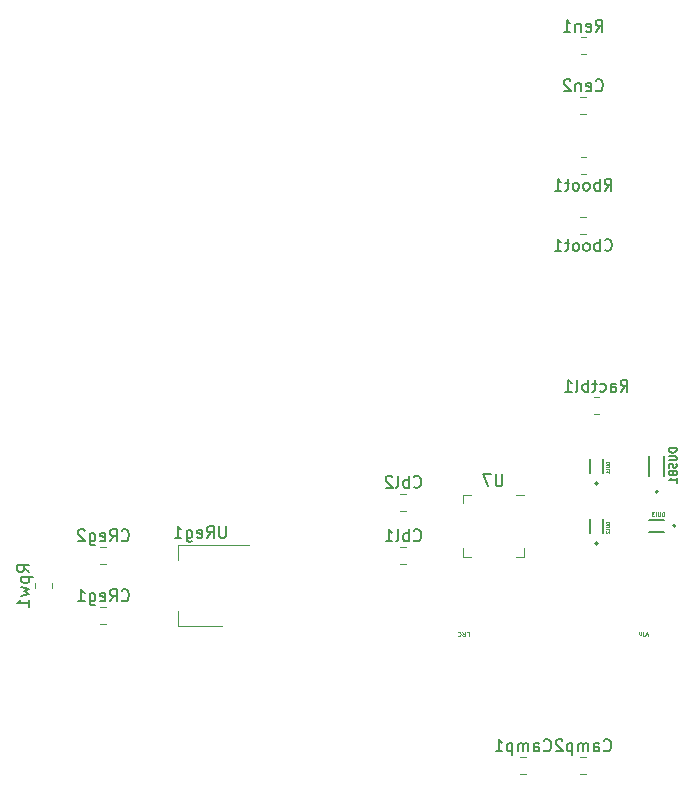
<source format=gbr>
%TF.GenerationSoftware,KiCad,Pcbnew,6.0.2+dfsg-1*%
%TF.CreationDate,2022-10-25T22:06:19-05:00*%
%TF.ProjectId,amiplanta,616d6970-6c61-46e7-9461-2e6b69636164,rev?*%
%TF.SameCoordinates,Original*%
%TF.FileFunction,Legend,Bot*%
%TF.FilePolarity,Positive*%
%FSLAX46Y46*%
G04 Gerber Fmt 4.6, Leading zero omitted, Abs format (unit mm)*
G04 Created by KiCad (PCBNEW 6.0.2+dfsg-1) date 2022-10-25 22:06:19*
%MOMM*%
%LPD*%
G01*
G04 APERTURE LIST*
%ADD10C,0.100000*%
%ADD11C,0.025000*%
%ADD12C,0.150000*%
%ADD13C,0.080000*%
%ADD14C,0.120000*%
%ADD15C,0.127000*%
%ADD16C,0.200000*%
G04 APERTURE END LIST*
D10*
%TO.C,U2*%
X79016190Y-92783047D02*
X79206666Y-92783047D01*
X79206666Y-93183047D01*
X78654285Y-92783047D02*
X78787619Y-92973523D01*
X78882857Y-92783047D02*
X78882857Y-93183047D01*
X78730476Y-93183047D01*
X78692380Y-93164000D01*
X78673333Y-93144952D01*
X78654285Y-93106857D01*
X78654285Y-93049714D01*
X78673333Y-93011619D01*
X78692380Y-92992571D01*
X78730476Y-92973523D01*
X78882857Y-92973523D01*
X78254285Y-92821142D02*
X78273333Y-92802095D01*
X78330476Y-92783047D01*
X78368571Y-92783047D01*
X78425714Y-92802095D01*
X78463809Y-92840190D01*
X78482857Y-92878285D01*
X78501904Y-92954476D01*
X78501904Y-93011619D01*
X78482857Y-93087809D01*
X78463809Y-93125904D01*
X78425714Y-93164000D01*
X78368571Y-93183047D01*
X78330476Y-93183047D01*
X78273333Y-93164000D01*
X78254285Y-93144952D01*
D11*
X94389523Y-93183047D02*
X94256190Y-92783047D01*
X94122857Y-93183047D01*
X93989523Y-92783047D02*
X93989523Y-93049714D01*
X93989523Y-93183047D02*
X94008571Y-93164000D01*
X93989523Y-93144952D01*
X93970476Y-93164000D01*
X93989523Y-93183047D01*
X93989523Y-93144952D01*
X93799047Y-93049714D02*
X93799047Y-92783047D01*
X93799047Y-93011619D02*
X93780000Y-93030666D01*
X93741904Y-93049714D01*
X93684761Y-93049714D01*
X93646666Y-93030666D01*
X93627619Y-92992571D01*
X93627619Y-92783047D01*
D12*
%TO.C,UReg1*%
X58632857Y-83852380D02*
X58632857Y-84661904D01*
X58585238Y-84757142D01*
X58537619Y-84804761D01*
X58442380Y-84852380D01*
X58251904Y-84852380D01*
X58156666Y-84804761D01*
X58109047Y-84757142D01*
X58061428Y-84661904D01*
X58061428Y-83852380D01*
X57013809Y-84852380D02*
X57347142Y-84376190D01*
X57585238Y-84852380D02*
X57585238Y-83852380D01*
X57204285Y-83852380D01*
X57109047Y-83900000D01*
X57061428Y-83947619D01*
X57013809Y-84042857D01*
X57013809Y-84185714D01*
X57061428Y-84280952D01*
X57109047Y-84328571D01*
X57204285Y-84376190D01*
X57585238Y-84376190D01*
X56204285Y-84804761D02*
X56299523Y-84852380D01*
X56490000Y-84852380D01*
X56585238Y-84804761D01*
X56632857Y-84709523D01*
X56632857Y-84328571D01*
X56585238Y-84233333D01*
X56490000Y-84185714D01*
X56299523Y-84185714D01*
X56204285Y-84233333D01*
X56156666Y-84328571D01*
X56156666Y-84423809D01*
X56632857Y-84519047D01*
X55299523Y-84185714D02*
X55299523Y-84995238D01*
X55347142Y-85090476D01*
X55394761Y-85138095D01*
X55490000Y-85185714D01*
X55632857Y-85185714D01*
X55728095Y-85138095D01*
X55299523Y-84804761D02*
X55394761Y-84852380D01*
X55585238Y-84852380D01*
X55680476Y-84804761D01*
X55728095Y-84757142D01*
X55775714Y-84661904D01*
X55775714Y-84376190D01*
X55728095Y-84280952D01*
X55680476Y-84233333D01*
X55585238Y-84185714D01*
X55394761Y-84185714D01*
X55299523Y-84233333D01*
X54299523Y-84852380D02*
X54870952Y-84852380D01*
X54585238Y-84852380D02*
X54585238Y-83852380D01*
X54680476Y-83995238D01*
X54775714Y-84090476D01*
X54870952Y-84138095D01*
%TO.C,DUSB1*%
X96788223Y-77275619D02*
X96148223Y-77275619D01*
X96148223Y-77428000D01*
X96178700Y-77519428D01*
X96239652Y-77580380D01*
X96300604Y-77610857D01*
X96422509Y-77641333D01*
X96513938Y-77641333D01*
X96635842Y-77610857D01*
X96696795Y-77580380D01*
X96757747Y-77519428D01*
X96788223Y-77428000D01*
X96788223Y-77275619D01*
X96148223Y-77915619D02*
X96666319Y-77915619D01*
X96727271Y-77946095D01*
X96757747Y-77976571D01*
X96788223Y-78037523D01*
X96788223Y-78159428D01*
X96757747Y-78220380D01*
X96727271Y-78250857D01*
X96666319Y-78281333D01*
X96148223Y-78281333D01*
X96757747Y-78555619D02*
X96788223Y-78647047D01*
X96788223Y-78799428D01*
X96757747Y-78860380D01*
X96727271Y-78890857D01*
X96666319Y-78921333D01*
X96605366Y-78921333D01*
X96544414Y-78890857D01*
X96513938Y-78860380D01*
X96483461Y-78799428D01*
X96452985Y-78677523D01*
X96422509Y-78616571D01*
X96392033Y-78586095D01*
X96331080Y-78555619D01*
X96270128Y-78555619D01*
X96209176Y-78586095D01*
X96178700Y-78616571D01*
X96148223Y-78677523D01*
X96148223Y-78829904D01*
X96178700Y-78921333D01*
X96452985Y-79408952D02*
X96483461Y-79500380D01*
X96513938Y-79530857D01*
X96574890Y-79561333D01*
X96666319Y-79561333D01*
X96727271Y-79530857D01*
X96757747Y-79500380D01*
X96788223Y-79439428D01*
X96788223Y-79195619D01*
X96148223Y-79195619D01*
X96148223Y-79408952D01*
X96178700Y-79469904D01*
X96209176Y-79500380D01*
X96270128Y-79530857D01*
X96331080Y-79530857D01*
X96392033Y-79500380D01*
X96422509Y-79469904D01*
X96452985Y-79408952D01*
X96452985Y-79195619D01*
X96788223Y-80170857D02*
X96788223Y-79805142D01*
X96788223Y-79988000D02*
X96148223Y-79988000D01*
X96239652Y-79927047D01*
X96300604Y-79866095D01*
X96331080Y-79805142D01*
%TO.C,Cbl2*%
X74540952Y-80507142D02*
X74588571Y-80554761D01*
X74731428Y-80602380D01*
X74826666Y-80602380D01*
X74969523Y-80554761D01*
X75064761Y-80459523D01*
X75112380Y-80364285D01*
X75160000Y-80173809D01*
X75160000Y-80030952D01*
X75112380Y-79840476D01*
X75064761Y-79745238D01*
X74969523Y-79650000D01*
X74826666Y-79602380D01*
X74731428Y-79602380D01*
X74588571Y-79650000D01*
X74540952Y-79697619D01*
X74112380Y-80602380D02*
X74112380Y-79602380D01*
X74112380Y-79983333D02*
X74017142Y-79935714D01*
X73826666Y-79935714D01*
X73731428Y-79983333D01*
X73683809Y-80030952D01*
X73636190Y-80126190D01*
X73636190Y-80411904D01*
X73683809Y-80507142D01*
X73731428Y-80554761D01*
X73826666Y-80602380D01*
X74017142Y-80602380D01*
X74112380Y-80554761D01*
X73064761Y-80602380D02*
X73160000Y-80554761D01*
X73207619Y-80459523D01*
X73207619Y-79602380D01*
X72731428Y-79697619D02*
X72683809Y-79650000D01*
X72588571Y-79602380D01*
X72350476Y-79602380D01*
X72255238Y-79650000D01*
X72207619Y-79697619D01*
X72160000Y-79792857D01*
X72160000Y-79888095D01*
X72207619Y-80030952D01*
X72779047Y-80602380D01*
X72160000Y-80602380D01*
%TO.C,Ractbl1*%
X92059919Y-72462380D02*
X92393252Y-71986190D01*
X92631347Y-72462380D02*
X92631347Y-71462380D01*
X92250395Y-71462380D01*
X92155157Y-71510000D01*
X92107538Y-71557619D01*
X92059919Y-71652857D01*
X92059919Y-71795714D01*
X92107538Y-71890952D01*
X92155157Y-71938571D01*
X92250395Y-71986190D01*
X92631347Y-71986190D01*
X91202776Y-72462380D02*
X91202776Y-71938571D01*
X91250395Y-71843333D01*
X91345633Y-71795714D01*
X91536109Y-71795714D01*
X91631347Y-71843333D01*
X91202776Y-72414761D02*
X91298014Y-72462380D01*
X91536109Y-72462380D01*
X91631347Y-72414761D01*
X91678966Y-72319523D01*
X91678966Y-72224285D01*
X91631347Y-72129047D01*
X91536109Y-72081428D01*
X91298014Y-72081428D01*
X91202776Y-72033809D01*
X90298014Y-72414761D02*
X90393252Y-72462380D01*
X90583728Y-72462380D01*
X90678966Y-72414761D01*
X90726585Y-72367142D01*
X90774204Y-72271904D01*
X90774204Y-71986190D01*
X90726585Y-71890952D01*
X90678966Y-71843333D01*
X90583728Y-71795714D01*
X90393252Y-71795714D01*
X90298014Y-71843333D01*
X90012300Y-71795714D02*
X89631347Y-71795714D01*
X89869442Y-71462380D02*
X89869442Y-72319523D01*
X89821823Y-72414761D01*
X89726585Y-72462380D01*
X89631347Y-72462380D01*
X89298014Y-72462380D02*
X89298014Y-71462380D01*
X89298014Y-71843333D02*
X89202776Y-71795714D01*
X89012300Y-71795714D01*
X88917061Y-71843333D01*
X88869442Y-71890952D01*
X88821823Y-71986190D01*
X88821823Y-72271904D01*
X88869442Y-72367142D01*
X88917061Y-72414761D01*
X89012300Y-72462380D01*
X89202776Y-72462380D01*
X89298014Y-72414761D01*
X88250395Y-72462380D02*
X88345633Y-72414761D01*
X88393252Y-72319523D01*
X88393252Y-71462380D01*
X87345633Y-72462380D02*
X87917061Y-72462380D01*
X87631347Y-72462380D02*
X87631347Y-71462380D01*
X87726585Y-71605238D01*
X87821823Y-71700476D01*
X87917061Y-71748095D01*
%TO.C,Rpw1*%
X41982380Y-87757142D02*
X41506190Y-87423809D01*
X41982380Y-87185714D02*
X40982380Y-87185714D01*
X40982380Y-87566666D01*
X41030000Y-87661904D01*
X41077619Y-87709523D01*
X41172857Y-87757142D01*
X41315714Y-87757142D01*
X41410952Y-87709523D01*
X41458571Y-87661904D01*
X41506190Y-87566666D01*
X41506190Y-87185714D01*
X41315714Y-88185714D02*
X42315714Y-88185714D01*
X41363333Y-88185714D02*
X41315714Y-88280952D01*
X41315714Y-88471428D01*
X41363333Y-88566666D01*
X41410952Y-88614285D01*
X41506190Y-88661904D01*
X41791904Y-88661904D01*
X41887142Y-88614285D01*
X41934761Y-88566666D01*
X41982380Y-88471428D01*
X41982380Y-88280952D01*
X41934761Y-88185714D01*
X41315714Y-88995238D02*
X41982380Y-89185714D01*
X41506190Y-89376190D01*
X41982380Y-89566666D01*
X41315714Y-89757142D01*
X41982380Y-90661904D02*
X41982380Y-90090476D01*
X41982380Y-90376190D02*
X40982380Y-90376190D01*
X41125238Y-90280952D01*
X41220476Y-90185714D01*
X41268095Y-90090476D01*
D13*
%TO.C,DUl2*%
X91110261Y-83466380D02*
X90790261Y-83466380D01*
X90790261Y-83542571D01*
X90805500Y-83588285D01*
X90835976Y-83618761D01*
X90866452Y-83634000D01*
X90927404Y-83649238D01*
X90973119Y-83649238D01*
X91034071Y-83634000D01*
X91064547Y-83618761D01*
X91095023Y-83588285D01*
X91110261Y-83542571D01*
X91110261Y-83466380D01*
X90790261Y-83786380D02*
X91049309Y-83786380D01*
X91079785Y-83801619D01*
X91095023Y-83816857D01*
X91110261Y-83847333D01*
X91110261Y-83908285D01*
X91095023Y-83938761D01*
X91079785Y-83954000D01*
X91049309Y-83969238D01*
X90790261Y-83969238D01*
X91110261Y-84167333D02*
X91095023Y-84136857D01*
X91064547Y-84121619D01*
X90790261Y-84121619D01*
X90820738Y-84274000D02*
X90805500Y-84289238D01*
X90790261Y-84319714D01*
X90790261Y-84395904D01*
X90805500Y-84426380D01*
X90820738Y-84441619D01*
X90851214Y-84456857D01*
X90881690Y-84456857D01*
X90927404Y-84441619D01*
X91110261Y-84258761D01*
X91110261Y-84456857D01*
%TO.C,DUl3*%
X95713919Y-83011561D02*
X95713919Y-82691561D01*
X95637728Y-82691561D01*
X95592014Y-82706800D01*
X95561538Y-82737276D01*
X95546300Y-82767752D01*
X95531061Y-82828704D01*
X95531061Y-82874419D01*
X95546300Y-82935371D01*
X95561538Y-82965847D01*
X95592014Y-82996323D01*
X95637728Y-83011561D01*
X95713919Y-83011561D01*
X95393919Y-82691561D02*
X95393919Y-82950609D01*
X95378680Y-82981085D01*
X95363442Y-82996323D01*
X95332966Y-83011561D01*
X95272014Y-83011561D01*
X95241538Y-82996323D01*
X95226300Y-82981085D01*
X95211061Y-82950609D01*
X95211061Y-82691561D01*
X95012966Y-83011561D02*
X95043442Y-82996323D01*
X95058680Y-82965847D01*
X95058680Y-82691561D01*
X94921538Y-82691561D02*
X94723442Y-82691561D01*
X94830109Y-82813466D01*
X94784395Y-82813466D01*
X94753919Y-82828704D01*
X94738680Y-82843942D01*
X94723442Y-82874419D01*
X94723442Y-82950609D01*
X94738680Y-82981085D01*
X94753919Y-82996323D01*
X94784395Y-83011561D01*
X94875823Y-83011561D01*
X94906300Y-82996323D01*
X94921538Y-82981085D01*
%TO.C,DUl1*%
X91110261Y-78386380D02*
X90790261Y-78386380D01*
X90790261Y-78462571D01*
X90805500Y-78508285D01*
X90835976Y-78538761D01*
X90866452Y-78554000D01*
X90927404Y-78569238D01*
X90973119Y-78569238D01*
X91034071Y-78554000D01*
X91064547Y-78538761D01*
X91095023Y-78508285D01*
X91110261Y-78462571D01*
X91110261Y-78386380D01*
X90790261Y-78706380D02*
X91049309Y-78706380D01*
X91079785Y-78721619D01*
X91095023Y-78736857D01*
X91110261Y-78767333D01*
X91110261Y-78828285D01*
X91095023Y-78858761D01*
X91079785Y-78874000D01*
X91049309Y-78889238D01*
X90790261Y-78889238D01*
X91110261Y-79087333D02*
X91095023Y-79056857D01*
X91064547Y-79041619D01*
X90790261Y-79041619D01*
X91110261Y-79376857D02*
X91110261Y-79194000D01*
X91110261Y-79285428D02*
X90790261Y-79285428D01*
X90835976Y-79254952D01*
X90866452Y-79224476D01*
X90881690Y-79194000D01*
D12*
%TO.C,U7*%
X82041904Y-79472380D02*
X82041904Y-80281904D01*
X81994285Y-80377142D01*
X81946666Y-80424761D01*
X81851428Y-80472380D01*
X81660952Y-80472380D01*
X81565714Y-80424761D01*
X81518095Y-80377142D01*
X81470476Y-80281904D01*
X81470476Y-79472380D01*
X81089523Y-79472380D02*
X80422857Y-79472380D01*
X80851428Y-80472380D01*
%TO.C,CReg2*%
X49807619Y-85037142D02*
X49855238Y-85084761D01*
X49998095Y-85132380D01*
X50093333Y-85132380D01*
X50236190Y-85084761D01*
X50331428Y-84989523D01*
X50379047Y-84894285D01*
X50426666Y-84703809D01*
X50426666Y-84560952D01*
X50379047Y-84370476D01*
X50331428Y-84275238D01*
X50236190Y-84180000D01*
X50093333Y-84132380D01*
X49998095Y-84132380D01*
X49855238Y-84180000D01*
X49807619Y-84227619D01*
X48807619Y-85132380D02*
X49140952Y-84656190D01*
X49379047Y-85132380D02*
X49379047Y-84132380D01*
X48998095Y-84132380D01*
X48902857Y-84180000D01*
X48855238Y-84227619D01*
X48807619Y-84322857D01*
X48807619Y-84465714D01*
X48855238Y-84560952D01*
X48902857Y-84608571D01*
X48998095Y-84656190D01*
X49379047Y-84656190D01*
X47998095Y-85084761D02*
X48093333Y-85132380D01*
X48283809Y-85132380D01*
X48379047Y-85084761D01*
X48426666Y-84989523D01*
X48426666Y-84608571D01*
X48379047Y-84513333D01*
X48283809Y-84465714D01*
X48093333Y-84465714D01*
X47998095Y-84513333D01*
X47950476Y-84608571D01*
X47950476Y-84703809D01*
X48426666Y-84799047D01*
X47093333Y-84465714D02*
X47093333Y-85275238D01*
X47140952Y-85370476D01*
X47188571Y-85418095D01*
X47283809Y-85465714D01*
X47426666Y-85465714D01*
X47521904Y-85418095D01*
X47093333Y-85084761D02*
X47188571Y-85132380D01*
X47379047Y-85132380D01*
X47474285Y-85084761D01*
X47521904Y-85037142D01*
X47569523Y-84941904D01*
X47569523Y-84656190D01*
X47521904Y-84560952D01*
X47474285Y-84513333D01*
X47379047Y-84465714D01*
X47188571Y-84465714D01*
X47093333Y-84513333D01*
X46664761Y-84227619D02*
X46617142Y-84180000D01*
X46521904Y-84132380D01*
X46283809Y-84132380D01*
X46188571Y-84180000D01*
X46140952Y-84227619D01*
X46093333Y-84322857D01*
X46093333Y-84418095D01*
X46140952Y-84560952D01*
X46712380Y-85132380D01*
X46093333Y-85132380D01*
%TO.C,Cen2*%
X89947619Y-46937142D02*
X89995238Y-46984761D01*
X90138095Y-47032380D01*
X90233333Y-47032380D01*
X90376190Y-46984761D01*
X90471428Y-46889523D01*
X90519047Y-46794285D01*
X90566666Y-46603809D01*
X90566666Y-46460952D01*
X90519047Y-46270476D01*
X90471428Y-46175238D01*
X90376190Y-46080000D01*
X90233333Y-46032380D01*
X90138095Y-46032380D01*
X89995238Y-46080000D01*
X89947619Y-46127619D01*
X89138095Y-46984761D02*
X89233333Y-47032380D01*
X89423809Y-47032380D01*
X89519047Y-46984761D01*
X89566666Y-46889523D01*
X89566666Y-46508571D01*
X89519047Y-46413333D01*
X89423809Y-46365714D01*
X89233333Y-46365714D01*
X89138095Y-46413333D01*
X89090476Y-46508571D01*
X89090476Y-46603809D01*
X89566666Y-46699047D01*
X88661904Y-46365714D02*
X88661904Y-47032380D01*
X88661904Y-46460952D02*
X88614285Y-46413333D01*
X88519047Y-46365714D01*
X88376190Y-46365714D01*
X88280952Y-46413333D01*
X88233333Y-46508571D01*
X88233333Y-47032380D01*
X87804761Y-46127619D02*
X87757142Y-46080000D01*
X87661904Y-46032380D01*
X87423809Y-46032380D01*
X87328571Y-46080000D01*
X87280952Y-46127619D01*
X87233333Y-46222857D01*
X87233333Y-46318095D01*
X87280952Y-46460952D01*
X87852380Y-47032380D01*
X87233333Y-47032380D01*
%TO.C,Cboot1*%
X90709523Y-60457142D02*
X90757142Y-60504761D01*
X90900000Y-60552380D01*
X90995238Y-60552380D01*
X91138095Y-60504761D01*
X91233333Y-60409523D01*
X91280952Y-60314285D01*
X91328571Y-60123809D01*
X91328571Y-59980952D01*
X91280952Y-59790476D01*
X91233333Y-59695238D01*
X91138095Y-59600000D01*
X90995238Y-59552380D01*
X90900000Y-59552380D01*
X90757142Y-59600000D01*
X90709523Y-59647619D01*
X90280952Y-60552380D02*
X90280952Y-59552380D01*
X90280952Y-59933333D02*
X90185714Y-59885714D01*
X89995238Y-59885714D01*
X89900000Y-59933333D01*
X89852380Y-59980952D01*
X89804761Y-60076190D01*
X89804761Y-60361904D01*
X89852380Y-60457142D01*
X89900000Y-60504761D01*
X89995238Y-60552380D01*
X90185714Y-60552380D01*
X90280952Y-60504761D01*
X89233333Y-60552380D02*
X89328571Y-60504761D01*
X89376190Y-60457142D01*
X89423809Y-60361904D01*
X89423809Y-60076190D01*
X89376190Y-59980952D01*
X89328571Y-59933333D01*
X89233333Y-59885714D01*
X89090476Y-59885714D01*
X88995238Y-59933333D01*
X88947619Y-59980952D01*
X88900000Y-60076190D01*
X88900000Y-60361904D01*
X88947619Y-60457142D01*
X88995238Y-60504761D01*
X89090476Y-60552380D01*
X89233333Y-60552380D01*
X88328571Y-60552380D02*
X88423809Y-60504761D01*
X88471428Y-60457142D01*
X88519047Y-60361904D01*
X88519047Y-60076190D01*
X88471428Y-59980952D01*
X88423809Y-59933333D01*
X88328571Y-59885714D01*
X88185714Y-59885714D01*
X88090476Y-59933333D01*
X88042857Y-59980952D01*
X87995238Y-60076190D01*
X87995238Y-60361904D01*
X88042857Y-60457142D01*
X88090476Y-60504761D01*
X88185714Y-60552380D01*
X88328571Y-60552380D01*
X87709523Y-59885714D02*
X87328571Y-59885714D01*
X87566666Y-59552380D02*
X87566666Y-60409523D01*
X87519047Y-60504761D01*
X87423809Y-60552380D01*
X87328571Y-60552380D01*
X86471428Y-60552380D02*
X87042857Y-60552380D01*
X86757142Y-60552380D02*
X86757142Y-59552380D01*
X86852380Y-59695238D01*
X86947619Y-59790476D01*
X87042857Y-59838095D01*
%TO.C,Camp1*%
X85558095Y-102817142D02*
X85605714Y-102864761D01*
X85748571Y-102912380D01*
X85843809Y-102912380D01*
X85986666Y-102864761D01*
X86081904Y-102769523D01*
X86129523Y-102674285D01*
X86177142Y-102483809D01*
X86177142Y-102340952D01*
X86129523Y-102150476D01*
X86081904Y-102055238D01*
X85986666Y-101960000D01*
X85843809Y-101912380D01*
X85748571Y-101912380D01*
X85605714Y-101960000D01*
X85558095Y-102007619D01*
X84700952Y-102912380D02*
X84700952Y-102388571D01*
X84748571Y-102293333D01*
X84843809Y-102245714D01*
X85034285Y-102245714D01*
X85129523Y-102293333D01*
X84700952Y-102864761D02*
X84796190Y-102912380D01*
X85034285Y-102912380D01*
X85129523Y-102864761D01*
X85177142Y-102769523D01*
X85177142Y-102674285D01*
X85129523Y-102579047D01*
X85034285Y-102531428D01*
X84796190Y-102531428D01*
X84700952Y-102483809D01*
X84224761Y-102912380D02*
X84224761Y-102245714D01*
X84224761Y-102340952D02*
X84177142Y-102293333D01*
X84081904Y-102245714D01*
X83939047Y-102245714D01*
X83843809Y-102293333D01*
X83796190Y-102388571D01*
X83796190Y-102912380D01*
X83796190Y-102388571D02*
X83748571Y-102293333D01*
X83653333Y-102245714D01*
X83510476Y-102245714D01*
X83415238Y-102293333D01*
X83367619Y-102388571D01*
X83367619Y-102912380D01*
X82891428Y-102245714D02*
X82891428Y-103245714D01*
X82891428Y-102293333D02*
X82796190Y-102245714D01*
X82605714Y-102245714D01*
X82510476Y-102293333D01*
X82462857Y-102340952D01*
X82415238Y-102436190D01*
X82415238Y-102721904D01*
X82462857Y-102817142D01*
X82510476Y-102864761D01*
X82605714Y-102912380D01*
X82796190Y-102912380D01*
X82891428Y-102864761D01*
X81462857Y-102912380D02*
X82034285Y-102912380D01*
X81748571Y-102912380D02*
X81748571Y-101912380D01*
X81843809Y-102055238D01*
X81939047Y-102150476D01*
X82034285Y-102198095D01*
%TO.C,Ren1*%
X89947619Y-41982380D02*
X90280952Y-41506190D01*
X90519047Y-41982380D02*
X90519047Y-40982380D01*
X90138095Y-40982380D01*
X90042857Y-41030000D01*
X89995238Y-41077619D01*
X89947619Y-41172857D01*
X89947619Y-41315714D01*
X89995238Y-41410952D01*
X90042857Y-41458571D01*
X90138095Y-41506190D01*
X90519047Y-41506190D01*
X89138095Y-41934761D02*
X89233333Y-41982380D01*
X89423809Y-41982380D01*
X89519047Y-41934761D01*
X89566666Y-41839523D01*
X89566666Y-41458571D01*
X89519047Y-41363333D01*
X89423809Y-41315714D01*
X89233333Y-41315714D01*
X89138095Y-41363333D01*
X89090476Y-41458571D01*
X89090476Y-41553809D01*
X89566666Y-41649047D01*
X88661904Y-41315714D02*
X88661904Y-41982380D01*
X88661904Y-41410952D02*
X88614285Y-41363333D01*
X88519047Y-41315714D01*
X88376190Y-41315714D01*
X88280952Y-41363333D01*
X88233333Y-41458571D01*
X88233333Y-41982380D01*
X87233333Y-41982380D02*
X87804761Y-41982380D01*
X87519047Y-41982380D02*
X87519047Y-40982380D01*
X87614285Y-41125238D01*
X87709523Y-41220476D01*
X87804761Y-41268095D01*
%TO.C,Cbl1*%
X74540952Y-85037142D02*
X74588571Y-85084761D01*
X74731428Y-85132380D01*
X74826666Y-85132380D01*
X74969523Y-85084761D01*
X75064761Y-84989523D01*
X75112380Y-84894285D01*
X75160000Y-84703809D01*
X75160000Y-84560952D01*
X75112380Y-84370476D01*
X75064761Y-84275238D01*
X74969523Y-84180000D01*
X74826666Y-84132380D01*
X74731428Y-84132380D01*
X74588571Y-84180000D01*
X74540952Y-84227619D01*
X74112380Y-85132380D02*
X74112380Y-84132380D01*
X74112380Y-84513333D02*
X74017142Y-84465714D01*
X73826666Y-84465714D01*
X73731428Y-84513333D01*
X73683809Y-84560952D01*
X73636190Y-84656190D01*
X73636190Y-84941904D01*
X73683809Y-85037142D01*
X73731428Y-85084761D01*
X73826666Y-85132380D01*
X74017142Y-85132380D01*
X74112380Y-85084761D01*
X73064761Y-85132380D02*
X73160000Y-85084761D01*
X73207619Y-84989523D01*
X73207619Y-84132380D01*
X72160000Y-85132380D02*
X72731428Y-85132380D01*
X72445714Y-85132380D02*
X72445714Y-84132380D01*
X72540952Y-84275238D01*
X72636190Y-84370476D01*
X72731428Y-84418095D01*
%TO.C,Rboot1*%
X90709523Y-55442380D02*
X91042857Y-54966190D01*
X91280952Y-55442380D02*
X91280952Y-54442380D01*
X90900000Y-54442380D01*
X90804761Y-54490000D01*
X90757142Y-54537619D01*
X90709523Y-54632857D01*
X90709523Y-54775714D01*
X90757142Y-54870952D01*
X90804761Y-54918571D01*
X90900000Y-54966190D01*
X91280952Y-54966190D01*
X90280952Y-55442380D02*
X90280952Y-54442380D01*
X90280952Y-54823333D02*
X90185714Y-54775714D01*
X89995238Y-54775714D01*
X89900000Y-54823333D01*
X89852380Y-54870952D01*
X89804761Y-54966190D01*
X89804761Y-55251904D01*
X89852380Y-55347142D01*
X89900000Y-55394761D01*
X89995238Y-55442380D01*
X90185714Y-55442380D01*
X90280952Y-55394761D01*
X89233333Y-55442380D02*
X89328571Y-55394761D01*
X89376190Y-55347142D01*
X89423809Y-55251904D01*
X89423809Y-54966190D01*
X89376190Y-54870952D01*
X89328571Y-54823333D01*
X89233333Y-54775714D01*
X89090476Y-54775714D01*
X88995238Y-54823333D01*
X88947619Y-54870952D01*
X88900000Y-54966190D01*
X88900000Y-55251904D01*
X88947619Y-55347142D01*
X88995238Y-55394761D01*
X89090476Y-55442380D01*
X89233333Y-55442380D01*
X88328571Y-55442380D02*
X88423809Y-55394761D01*
X88471428Y-55347142D01*
X88519047Y-55251904D01*
X88519047Y-54966190D01*
X88471428Y-54870952D01*
X88423809Y-54823333D01*
X88328571Y-54775714D01*
X88185714Y-54775714D01*
X88090476Y-54823333D01*
X88042857Y-54870952D01*
X87995238Y-54966190D01*
X87995238Y-55251904D01*
X88042857Y-55347142D01*
X88090476Y-55394761D01*
X88185714Y-55442380D01*
X88328571Y-55442380D01*
X87709523Y-54775714D02*
X87328571Y-54775714D01*
X87566666Y-54442380D02*
X87566666Y-55299523D01*
X87519047Y-55394761D01*
X87423809Y-55442380D01*
X87328571Y-55442380D01*
X86471428Y-55442380D02*
X87042857Y-55442380D01*
X86757142Y-55442380D02*
X86757142Y-54442380D01*
X86852380Y-54585238D01*
X86947619Y-54680476D01*
X87042857Y-54728095D01*
%TO.C,CReg1*%
X49807619Y-90117142D02*
X49855238Y-90164761D01*
X49998095Y-90212380D01*
X50093333Y-90212380D01*
X50236190Y-90164761D01*
X50331428Y-90069523D01*
X50379047Y-89974285D01*
X50426666Y-89783809D01*
X50426666Y-89640952D01*
X50379047Y-89450476D01*
X50331428Y-89355238D01*
X50236190Y-89260000D01*
X50093333Y-89212380D01*
X49998095Y-89212380D01*
X49855238Y-89260000D01*
X49807619Y-89307619D01*
X48807619Y-90212380D02*
X49140952Y-89736190D01*
X49379047Y-90212380D02*
X49379047Y-89212380D01*
X48998095Y-89212380D01*
X48902857Y-89260000D01*
X48855238Y-89307619D01*
X48807619Y-89402857D01*
X48807619Y-89545714D01*
X48855238Y-89640952D01*
X48902857Y-89688571D01*
X48998095Y-89736190D01*
X49379047Y-89736190D01*
X47998095Y-90164761D02*
X48093333Y-90212380D01*
X48283809Y-90212380D01*
X48379047Y-90164761D01*
X48426666Y-90069523D01*
X48426666Y-89688571D01*
X48379047Y-89593333D01*
X48283809Y-89545714D01*
X48093333Y-89545714D01*
X47998095Y-89593333D01*
X47950476Y-89688571D01*
X47950476Y-89783809D01*
X48426666Y-89879047D01*
X47093333Y-89545714D02*
X47093333Y-90355238D01*
X47140952Y-90450476D01*
X47188571Y-90498095D01*
X47283809Y-90545714D01*
X47426666Y-90545714D01*
X47521904Y-90498095D01*
X47093333Y-90164761D02*
X47188571Y-90212380D01*
X47379047Y-90212380D01*
X47474285Y-90164761D01*
X47521904Y-90117142D01*
X47569523Y-90021904D01*
X47569523Y-89736190D01*
X47521904Y-89640952D01*
X47474285Y-89593333D01*
X47379047Y-89545714D01*
X47188571Y-89545714D01*
X47093333Y-89593333D01*
X46093333Y-90212380D02*
X46664761Y-90212380D01*
X46379047Y-90212380D02*
X46379047Y-89212380D01*
X46474285Y-89355238D01*
X46569523Y-89450476D01*
X46664761Y-89498095D01*
%TO.C,Camp2*%
X90638095Y-102817142D02*
X90685714Y-102864761D01*
X90828571Y-102912380D01*
X90923809Y-102912380D01*
X91066666Y-102864761D01*
X91161904Y-102769523D01*
X91209523Y-102674285D01*
X91257142Y-102483809D01*
X91257142Y-102340952D01*
X91209523Y-102150476D01*
X91161904Y-102055238D01*
X91066666Y-101960000D01*
X90923809Y-101912380D01*
X90828571Y-101912380D01*
X90685714Y-101960000D01*
X90638095Y-102007619D01*
X89780952Y-102912380D02*
X89780952Y-102388571D01*
X89828571Y-102293333D01*
X89923809Y-102245714D01*
X90114285Y-102245714D01*
X90209523Y-102293333D01*
X89780952Y-102864761D02*
X89876190Y-102912380D01*
X90114285Y-102912380D01*
X90209523Y-102864761D01*
X90257142Y-102769523D01*
X90257142Y-102674285D01*
X90209523Y-102579047D01*
X90114285Y-102531428D01*
X89876190Y-102531428D01*
X89780952Y-102483809D01*
X89304761Y-102912380D02*
X89304761Y-102245714D01*
X89304761Y-102340952D02*
X89257142Y-102293333D01*
X89161904Y-102245714D01*
X89019047Y-102245714D01*
X88923809Y-102293333D01*
X88876190Y-102388571D01*
X88876190Y-102912380D01*
X88876190Y-102388571D02*
X88828571Y-102293333D01*
X88733333Y-102245714D01*
X88590476Y-102245714D01*
X88495238Y-102293333D01*
X88447619Y-102388571D01*
X88447619Y-102912380D01*
X87971428Y-102245714D02*
X87971428Y-103245714D01*
X87971428Y-102293333D02*
X87876190Y-102245714D01*
X87685714Y-102245714D01*
X87590476Y-102293333D01*
X87542857Y-102340952D01*
X87495238Y-102436190D01*
X87495238Y-102721904D01*
X87542857Y-102817142D01*
X87590476Y-102864761D01*
X87685714Y-102912380D01*
X87876190Y-102912380D01*
X87971428Y-102864761D01*
X87114285Y-102007619D02*
X87066666Y-101960000D01*
X86971428Y-101912380D01*
X86733333Y-101912380D01*
X86638095Y-101960000D01*
X86590476Y-102007619D01*
X86542857Y-102102857D01*
X86542857Y-102198095D01*
X86590476Y-102340952D01*
X87161904Y-102912380D01*
X86542857Y-102912380D01*
D14*
%TO.C,UReg1*%
X60590000Y-85490000D02*
X54580000Y-85490000D01*
X54580000Y-92310000D02*
X54580000Y-91050000D01*
X58340000Y-92310000D02*
X54580000Y-92310000D01*
X54580000Y-85490000D02*
X54580000Y-86750000D01*
D15*
%TO.C,DUSB1*%
X94442300Y-79590000D02*
X94442300Y-77890000D01*
X95742300Y-77890000D02*
X95742300Y-79590000D01*
D16*
X95192300Y-80940000D02*
G75*
G03*
X95192300Y-80940000I-100000J0D01*
G01*
D14*
%TO.C,Cbl2*%
X73921252Y-81095000D02*
X73398748Y-81095000D01*
X73921252Y-82565000D02*
X73398748Y-82565000D01*
%TO.C,Ractbl1*%
X90239364Y-72925000D02*
X89785236Y-72925000D01*
X90239364Y-74395000D02*
X89785236Y-74395000D01*
%TO.C,Rpw1*%
X42445000Y-88672936D02*
X42445000Y-89127064D01*
X43915000Y-88672936D02*
X43915000Y-89127064D01*
D15*
%TO.C,DUl2*%
X90532300Y-84420000D02*
X90532300Y-83220000D01*
X89492300Y-83220000D02*
X89492300Y-84420000D01*
D16*
X90112300Y-85320000D02*
G75*
G03*
X90112300Y-85320000I-100000J0D01*
G01*
D15*
%TO.C,DUl3*%
X94492300Y-84340000D02*
X95692300Y-84340000D01*
X95692300Y-83300000D02*
X94492300Y-83300000D01*
D16*
X96692300Y-83820000D02*
G75*
G03*
X96692300Y-83820000I-100000J0D01*
G01*
D15*
%TO.C,DUl1*%
X90532300Y-79340000D02*
X90532300Y-78140000D01*
X89492300Y-78140000D02*
X89492300Y-79340000D01*
D16*
X90112300Y-80240000D02*
G75*
G03*
X90112300Y-80240000I-100000J0D01*
G01*
D14*
%TO.C,U7*%
X78670000Y-81210000D02*
X78670000Y-81935000D01*
X83890000Y-86430000D02*
X83890000Y-85705000D01*
X78670000Y-86430000D02*
X78670000Y-85705000D01*
X83165000Y-81210000D02*
X83890000Y-81210000D01*
X83165000Y-86430000D02*
X83890000Y-86430000D01*
X79395000Y-81210000D02*
X78670000Y-81210000D01*
X79395000Y-86430000D02*
X78670000Y-86430000D01*
%TO.C,CReg2*%
X48521252Y-87095000D02*
X47998748Y-87095000D01*
X48521252Y-85625000D02*
X47998748Y-85625000D01*
%TO.C,Cen2*%
X89161252Y-48995000D02*
X88638748Y-48995000D01*
X89161252Y-47525000D02*
X88638748Y-47525000D01*
%TO.C,Cboot1*%
X88638748Y-57685000D02*
X89161252Y-57685000D01*
X88638748Y-59155000D02*
X89161252Y-59155000D01*
%TO.C,Camp1*%
X84081252Y-104875000D02*
X83558748Y-104875000D01*
X84081252Y-103405000D02*
X83558748Y-103405000D01*
%TO.C,Ren1*%
X89127064Y-42445000D02*
X88672936Y-42445000D01*
X89127064Y-43915000D02*
X88672936Y-43915000D01*
%TO.C,Cbl1*%
X73921252Y-87095000D02*
X73398748Y-87095000D01*
X73921252Y-85625000D02*
X73398748Y-85625000D01*
%TO.C,Rboot1*%
X88672936Y-52605000D02*
X89127064Y-52605000D01*
X88672936Y-54075000D02*
X89127064Y-54075000D01*
%TO.C,CReg1*%
X48521252Y-90705000D02*
X47998748Y-90705000D01*
X48521252Y-92175000D02*
X47998748Y-92175000D01*
%TO.C,Camp2*%
X89161252Y-103405000D02*
X88638748Y-103405000D01*
X89161252Y-104875000D02*
X88638748Y-104875000D01*
%TD*%
M02*

</source>
